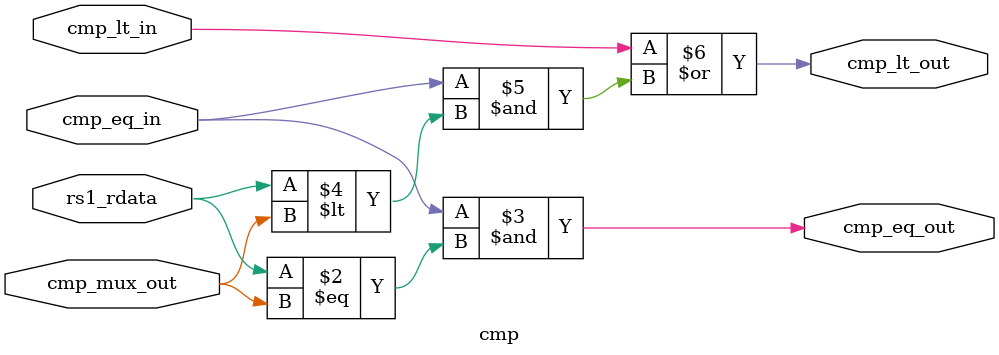
<source format=sv>
module mem_mux(
    input   logic           lb, lh, lw, lbu, lhu,
    input   logic   [2:0]   mem_mux_sel,
    output  logic           mem_mux_out
);
    always_comb begin
        unique case (mem_mux_sel)
            3'b000 : mem_mux_out = lb;
            3'b001 : mem_mux_out = lh;
            3'b010 : mem_mux_out = lw;
            3'b100 : mem_mux_out = lbu;
            3'b101 : mem_mux_out = lhu;
            default: mem_mux_out = 'x;
        endcase
    end
endmodule

module rd_mux(
    input   logic           alu_out, shift_out, cmp_out, imm, pcp4, mem_mux_out,
    input   logic   [2:0]   rd_mux_sel,
    output  logic           rd_mux_out
);
    always_comb begin
        unique case (rd_mux_sel)
            3'b000 : rd_mux_out = alu_out;
            3'b001 : rd_mux_out = shift_out;
            3'b010 : rd_mux_out = cmp_out;
            3'b011 : rd_mux_out = imm;
            3'b100 : rd_mux_out = pcp4;
            3'b101 : rd_mux_out = mem_mux_out;
            default: rd_mux_out = 'x;
        endcase
    end
endmodule

module pcadder(
    input   logic           pc,
    input   logic           pc_adder_4,
    input   logic           pc_cin,
    output  logic           pc_cout,
    output  logic           pcp4
);
            logic   [1:0]   add_temp;
    assign add_temp = pc + pc_adder_4 + pc_cin;
    assign pc_cout  = add_temp[1];
    assign pcp4     = add_temp[0];
endmodule

// module regfile(
//     input   logic           clk,
//     input   logic   [31:0]  rd_sel,
//     input   logic   [31:0]  rs1_sel,
//     input   logic   [31:0]  rs2_sel,
//     input   logic           rd_mux_out,
//     output  logic           rs1_rdata,
//     output  logic           rs2_rdata,
//     output  logic   [31:0]  rf_data
// );
//     assign rs1_rdata = |(rs1_sel & rf_data);
//     assign rs2_rdata = |(rs2_sel & rf_data);
//     always_ff @(posedge clk) begin
//         for (int unsigned i=1; i < 32; ++i) begin
//             if (rd_sel[i]) begin
//                 rf_data[i] <= rd_mux_out;
//             end
//         end
//         rf_data[0] <= 1'b0;
//     end
// endmodule

module pc(
    input   logic           clk,
    input   logic           rst,
    input   logic           pc_reset_value,
    input   logic           pc_mux_sel,
    input   logic           pcp4,
    input   logic           alu_out,
    output  logic           pc
);
            logic           pc_next;
    assign pc_next = rst ? pc_reset_value : (pc_mux_sel ? alu_out : pcp4);
    always_ff @(posedge clk) begin
        pc <= pc_next;
    end
endmodule

module rs2_inverter(
    input   logic           rs2_rdata, alu_inv_rs2,
    output  logic           rs2_after_inv
);
    assign rs2_after_inv = rs2_rdata ^ alu_inv_rs2;
endmodule

module mux2_ (
    input   logic           a, b, s,
    output  logic           z
);
    always_comb begin
        if      (~s) z = a;
        else if ( s) z = b;
        else         z = 'x;
    end
endmodule

module alu(
    input   logic           alu_mux_1_out,
    input   logic           alu_mux_2_out,
    input   logic           alu_cin,
    output  logic           alu_cout,
    input   logic   [1:0]   alu_op,
    output  logic           alu_out
);
            logic   [1:0]   add_temp;
    assign add_temp = alu_mux_1_out + alu_mux_2_out + alu_cin;
    assign alu_cout = add_temp[1];
    always_comb begin
        unique case (alu_op)
            2'b00  : alu_out = add_temp[0];
            2'b01  : alu_out = alu_mux_1_out ^ alu_mux_2_out;
            2'b10  : alu_out = alu_mux_1_out | alu_mux_2_out;
            2'b11  : alu_out = alu_mux_1_out & alu_mux_2_out;
            default: alu_out = 'x;
        endcase
    end
endmodule

module shift(
    input   logic           alu_mux_1_out,
    input   logic   [4:0]   shift_amount,
    input   logic           shift_dir,
    input   logic   [4:0]   shift_in_from_right,
    input   logic   [4:0]   shift_in_from_left,
    output  logic   [5:0]   shift_out
);
            logic   [4:0]   shift_in;
    assign shift_out[0]   = alu_mux_1_out;
    assign shift_in       = shift_dir ? shift_in_from_left : shift_in_from_right;
    generate for (genvar i = 0; i < 5; i++) begin : shifts
        assign shift_out[i+1] = shift_amount[i] ? shift_in[i] : shift_out[i];
    end endgenerate
endmodule

module cmp(
    input   logic           rs1_rdata,
    input   logic           cmp_mux_out,
    input   logic           cmp_eq_in,
    input   logic           cmp_lt_in,
    output  logic           cmp_eq_out,
    output  logic           cmp_lt_out
);
    assign cmp_eq_out = cmp_eq_in & (rs1_rdata == cmp_mux_out);
    assign cmp_lt_out = cmp_lt_in | (cmp_eq_in & (rs1_rdata < cmp_mux_out));
endmodule

</source>
